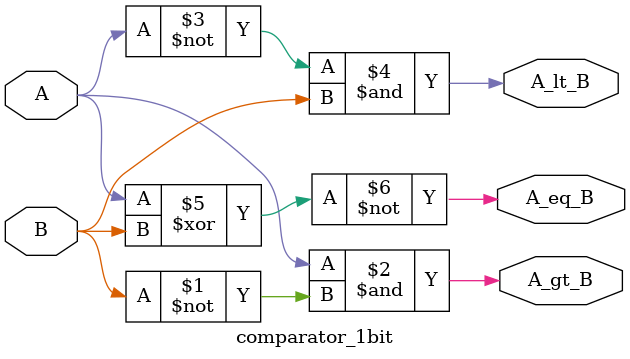
<source format=v>
`timescale 1ns / 1ps


module comparator_1bit(
    input A,           
    input B,           
    output A_gt_B,     
    output A_lt_B,     
    output A_eq_B      
 );
    assign A_gt_B = A & ~B;     
    assign A_lt_B = ~A & B;     
    assign A_eq_B = ~(A ^ B);   
    
endmodule

</source>
